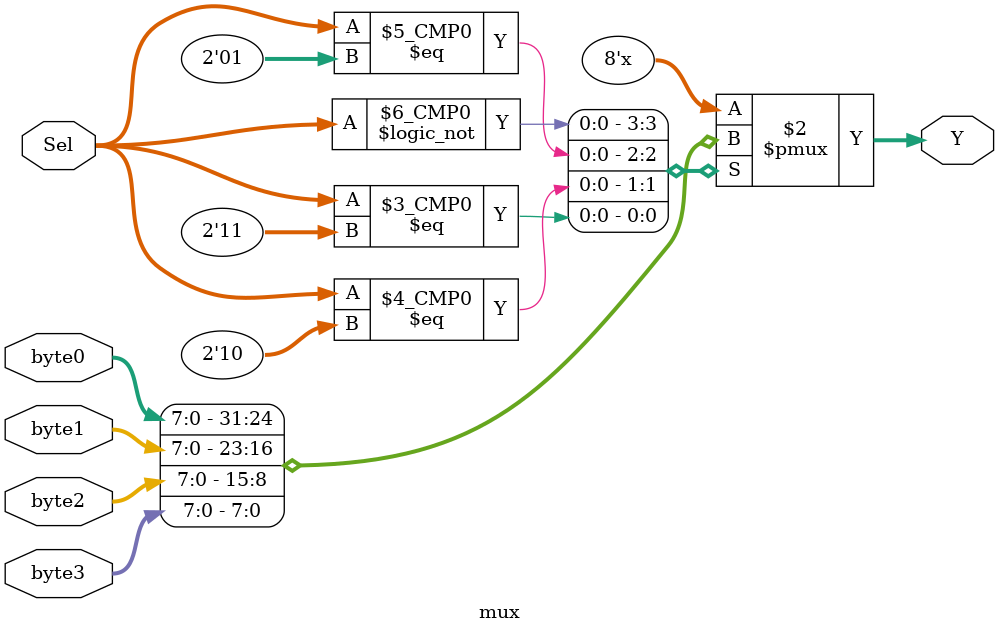
<source format=v>
module mux(
    input  wire [7:0] byte0,
    input  wire [7:0] byte1,
    input  wire [7:0] byte2,
    input  wire [7:0] byte3,
    input  wire [1:0] Sel,
    output reg  [7:0] Y
);
    always @(*) begin
        case (Sel)
            2'b00: Y = byte0;
            2'b01: Y = byte1;
            2'b10: Y = byte2;
            2'b11: Y = byte3;
        endcase
    end
endmodule

</source>
